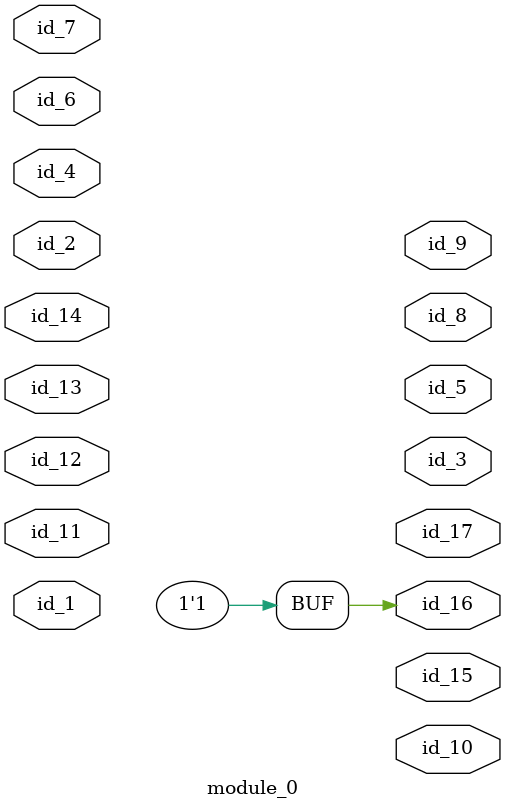
<source format=v>
module module_0 (
    id_1,
    id_2,
    id_3,
    id_4,
    id_5,
    id_6,
    id_7,
    id_8,
    id_9,
    id_10,
    id_11,
    id_12,
    id_13,
    id_14,
    id_15,
    id_16,
    id_17
);
  output id_17;
  output id_16;
  output id_15;
  input id_14;
  inout id_13;
  inout id_12;
  inout id_11;
  output id_10;
  output id_9;
  output id_8;
  input id_7;
  inout id_6;
  output id_5;
  inout id_4;
  output id_3;
  inout id_2;
  input id_1;
  assign id_16 = 1;
endmodule

</source>
